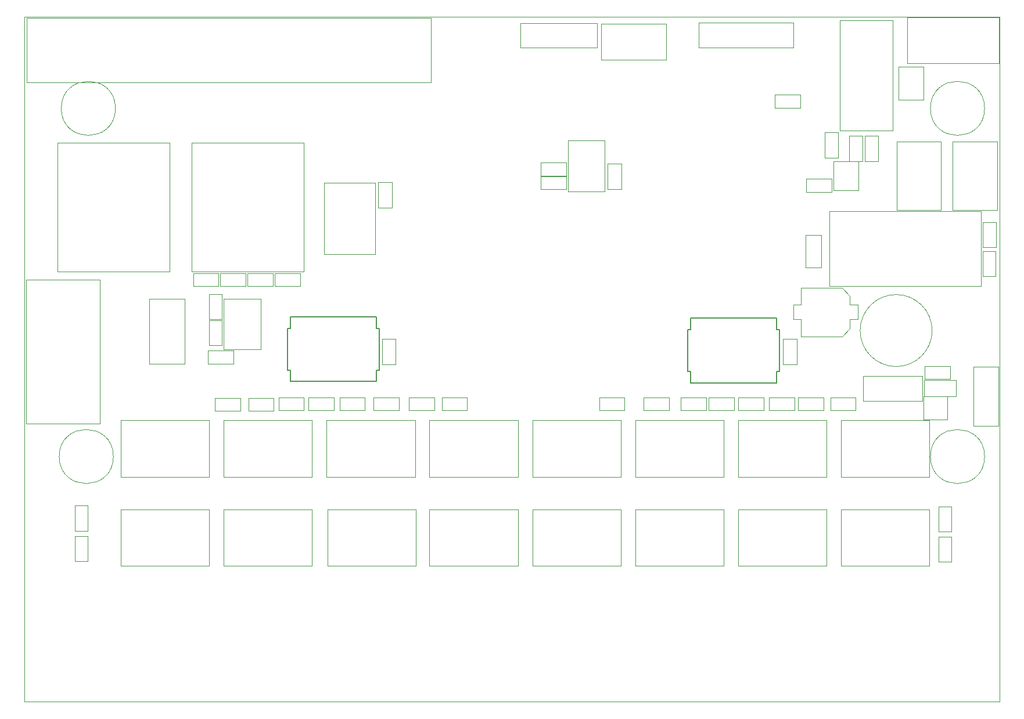
<source format=gbr>
G04 #@! TF.GenerationSoftware,KiCad,Pcbnew,(6.0.5)*
G04 #@! TF.CreationDate,2022-06-04T15:54:22-04:00*
G04 #@! TF.ProjectId,PB_16,50425f31-362e-46b6-9963-61645f706362,v2.1*
G04 #@! TF.SameCoordinates,Original*
G04 #@! TF.FileFunction,Other,User*
%FSLAX46Y46*%
G04 Gerber Fmt 4.6, Leading zero omitted, Abs format (unit mm)*
G04 Created by KiCad (PCBNEW (6.0.5)) date 2022-06-04 15:54:22*
%MOMM*%
%LPD*%
G01*
G04 APERTURE LIST*
G04 #@! TA.AperFunction,Profile*
%ADD10C,0.050000*%
G04 #@! TD*
%ADD11C,0.050000*%
%ADD12C,0.152400*%
G04 APERTURE END LIST*
D10*
X214228800Y-152889360D02*
X214228800Y-52996240D01*
X72128800Y-52996240D02*
X72128800Y-152889360D01*
X214228800Y-52996240D02*
X72128800Y-52996240D01*
X214228800Y-152889360D02*
X72128800Y-152889360D01*
D11*
X98852800Y-103592600D02*
X98852800Y-101632600D01*
X102612800Y-103592600D02*
X98852800Y-103592600D01*
X102612800Y-101632600D02*
X102612800Y-103592600D01*
X98852800Y-101632600D02*
X102612800Y-101632600D01*
X99050000Y-124850000D02*
X86150000Y-124850000D01*
X99050000Y-133100000D02*
X99050000Y-124850000D01*
X86150000Y-124850000D02*
X86150000Y-133100000D01*
X86150000Y-133100000D02*
X99050000Y-133100000D01*
X129050000Y-111850000D02*
X116150000Y-111850000D01*
X129050000Y-120100000D02*
X129050000Y-111850000D01*
X116150000Y-120100000D02*
X129050000Y-120100000D01*
X116150000Y-111850000D02*
X116150000Y-120100000D01*
X116264342Y-133100000D02*
X129164342Y-133100000D01*
X129164342Y-124850000D02*
X116264342Y-124850000D01*
X116264342Y-124850000D02*
X116264342Y-133100000D01*
X129164342Y-133100000D02*
X129164342Y-124850000D01*
X131150000Y-120100000D02*
X144050000Y-120100000D01*
X144050000Y-111850000D02*
X131150000Y-111850000D01*
X144050000Y-120100000D02*
X144050000Y-111850000D01*
X131150000Y-111850000D02*
X131150000Y-120100000D01*
X131150000Y-124850000D02*
X131150000Y-133100000D01*
X144050000Y-124850000D02*
X131150000Y-124850000D01*
X144050000Y-133100000D02*
X144050000Y-124850000D01*
X131150000Y-133100000D02*
X144050000Y-133100000D01*
X146150000Y-120100000D02*
X159050000Y-120100000D01*
X159050000Y-111850000D02*
X146150000Y-111850000D01*
X146150000Y-111850000D02*
X146150000Y-120100000D01*
X159050000Y-120100000D02*
X159050000Y-111850000D01*
X146150000Y-124850000D02*
X146150000Y-133100000D01*
X146150000Y-133100000D02*
X159050000Y-133100000D01*
X159050000Y-124850000D02*
X146150000Y-124850000D01*
X159050000Y-133100000D02*
X159050000Y-124850000D01*
X161150000Y-111850000D02*
X161150000Y-120100000D01*
X161150000Y-120100000D02*
X174050000Y-120100000D01*
X174050000Y-111850000D02*
X161150000Y-111850000D01*
X174050000Y-120100000D02*
X174050000Y-111850000D01*
X174050000Y-133100000D02*
X174050000Y-124850000D01*
X161150000Y-124850000D02*
X161150000Y-133100000D01*
X174050000Y-124850000D02*
X161150000Y-124850000D01*
X161150000Y-133100000D02*
X174050000Y-133100000D01*
X189050000Y-111850000D02*
X176150000Y-111850000D01*
X176150000Y-111850000D02*
X176150000Y-120100000D01*
X189050000Y-120100000D02*
X189050000Y-111850000D01*
X176150000Y-120100000D02*
X189050000Y-120100000D01*
X189050000Y-124850000D02*
X176150000Y-124850000D01*
X176150000Y-133100000D02*
X189050000Y-133100000D01*
X189050000Y-133100000D02*
X189050000Y-124850000D01*
X176150000Y-124850000D02*
X176150000Y-133100000D01*
X204050000Y-111850000D02*
X191150000Y-111850000D01*
X204050000Y-120100000D02*
X204050000Y-111850000D01*
X191150000Y-111850000D02*
X191150000Y-120100000D01*
X191150000Y-120100000D02*
X204050000Y-120100000D01*
X204050000Y-133100000D02*
X204050000Y-124850000D01*
X204050000Y-124850000D02*
X191150000Y-124850000D01*
X191150000Y-124850000D02*
X191150000Y-133100000D01*
X191150000Y-133100000D02*
X204050000Y-133100000D01*
X212077600Y-117118600D02*
G75*
G03*
X212077600Y-117118600I-3950000J0D01*
G01*
X86150000Y-120100000D02*
X99050000Y-120100000D01*
X99050000Y-120100000D02*
X99050000Y-111850000D01*
X99050000Y-111850000D02*
X86150000Y-111850000D01*
X86150000Y-111850000D02*
X86150000Y-120100000D01*
X114050000Y-120100000D02*
X114050000Y-111850000D01*
X114050000Y-111850000D02*
X101150000Y-111850000D01*
X101150000Y-120100000D02*
X114050000Y-120100000D01*
X101150000Y-111850000D02*
X101150000Y-120100000D01*
X101150000Y-133100000D02*
X114050000Y-133100000D01*
X114050000Y-133100000D02*
X114050000Y-124850000D01*
X101150000Y-124850000D02*
X101150000Y-133100000D01*
X114050000Y-124850000D02*
X101150000Y-124850000D01*
X85377600Y-66318600D02*
G75*
G03*
X85377600Y-66318600I-3950000J0D01*
G01*
X212077600Y-66318600D02*
G75*
G03*
X212077600Y-66318600I-3950000J0D01*
G01*
D12*
X123415000Y-98396200D02*
X123872200Y-98396200D01*
X123872200Y-98396200D02*
X123872200Y-104492200D01*
X110918200Y-104492200D02*
X110461000Y-104492200D01*
X110918200Y-96732500D02*
X123415000Y-96732500D01*
X110461000Y-98396200D02*
X110918200Y-98396200D01*
X123415000Y-96732500D02*
X123415000Y-98396200D01*
X123415000Y-106155900D02*
X110918200Y-106155900D01*
X110918200Y-98396200D02*
X110918200Y-96732500D01*
X123415000Y-104492200D02*
X123415000Y-106155900D01*
X110918200Y-106155900D02*
X110918200Y-104492200D01*
X110461000Y-104492200D02*
X110461000Y-98396200D01*
X123872200Y-104492200D02*
X123415000Y-104492200D01*
D11*
X81363800Y-127983000D02*
X79463800Y-127983000D01*
X79463800Y-127983000D02*
X79463800Y-124283000D01*
X79463800Y-124283000D02*
X81363800Y-124283000D01*
X81363800Y-124283000D02*
X81363800Y-127983000D01*
X205370600Y-128084600D02*
X205370600Y-124384600D01*
X207270600Y-128084600D02*
X205370600Y-128084600D01*
X205370600Y-124384600D02*
X207270600Y-124384600D01*
X207270600Y-124384600D02*
X207270600Y-128084600D01*
X85077600Y-117118600D02*
G75*
G03*
X85077600Y-117118600I-3950000J0D01*
G01*
X81363800Y-128702600D02*
X81363800Y-132402600D01*
X79463800Y-128702600D02*
X81363800Y-128702600D01*
X79463800Y-132402600D02*
X79463800Y-128702600D01*
X81363800Y-132402600D02*
X79463800Y-132402600D01*
X205370600Y-132504200D02*
X205370600Y-128804200D01*
X207270600Y-132504200D02*
X205370600Y-132504200D01*
X205370600Y-128804200D02*
X207270600Y-128804200D01*
X207270600Y-128804200D02*
X207270600Y-132504200D01*
X194328800Y-105402600D02*
X194328800Y-109002600D01*
X202978800Y-109002600D02*
X202978800Y-105402600D01*
X202978800Y-105402600D02*
X194328800Y-105402600D01*
X194328800Y-109002600D02*
X202978800Y-109002600D01*
X210478800Y-112663000D02*
X214078800Y-112663000D01*
X214078800Y-104013000D02*
X210478800Y-104013000D01*
X210478800Y-104013000D02*
X210478800Y-112663000D01*
X214078800Y-112663000D02*
X214078800Y-104013000D01*
X198662600Y-69540720D02*
X190972600Y-69540720D01*
X198662600Y-53500720D02*
X198662600Y-69540720D01*
X190972600Y-53500720D02*
X198662600Y-53500720D01*
X190972600Y-69540720D02*
X190972600Y-53500720D01*
X189806400Y-78513120D02*
X186106400Y-78513120D01*
X189806400Y-76613120D02*
X189806400Y-78513120D01*
X186106400Y-76613120D02*
X189806400Y-76613120D01*
X186106400Y-78513120D02*
X186106400Y-76613120D01*
X194252600Y-70320720D02*
X194252600Y-74020720D01*
X194252600Y-74020720D02*
X192352600Y-74020720D01*
X192352600Y-74020720D02*
X192352600Y-70320720D01*
X192352600Y-70320720D02*
X194252600Y-70320720D01*
X188809800Y-73520320D02*
X188809800Y-69820320D01*
X190709800Y-69820320D02*
X190709800Y-73520320D01*
X188809800Y-69820320D02*
X190709800Y-69820320D01*
X190709800Y-73520320D02*
X188809800Y-73520320D01*
X196582600Y-74050720D02*
X194622600Y-74050720D01*
X196582600Y-70290720D02*
X196582600Y-74050720D01*
X194622600Y-74050720D02*
X194622600Y-70290720D01*
X194622600Y-70290720D02*
X196582600Y-70290720D01*
X190017600Y-78291120D02*
X190017600Y-74041120D01*
X193667600Y-74041120D02*
X193667600Y-78291120D01*
X193667600Y-78291120D02*
X190017600Y-78291120D01*
X190017600Y-74041120D02*
X193667600Y-74041120D01*
X126249200Y-103705200D02*
X124289200Y-103705200D01*
X124289200Y-99945200D02*
X126249200Y-99945200D01*
X126249200Y-99945200D02*
X126249200Y-103705200D01*
X124289200Y-103705200D02*
X124289200Y-99945200D01*
X101162000Y-101486600D02*
X106562000Y-101486600D01*
X106562000Y-94086600D02*
X101162000Y-94086600D01*
X106562000Y-101486600D02*
X106562000Y-94086600D01*
X101162000Y-94086600D02*
X101162000Y-101486600D01*
X157141040Y-78119080D02*
X157141040Y-74359080D01*
X159101040Y-74359080D02*
X159101040Y-78119080D01*
X157141040Y-74359080D02*
X159101040Y-74359080D01*
X159101040Y-78119080D02*
X157141040Y-78119080D01*
X147398800Y-74252600D02*
X151098800Y-74252600D01*
X147398800Y-76152600D02*
X147398800Y-74252600D01*
X151098800Y-74252600D02*
X151098800Y-76152600D01*
X151098800Y-76152600D02*
X147398800Y-76152600D01*
X151321040Y-78439080D02*
X156721040Y-78439080D01*
X156721040Y-78439080D02*
X156721040Y-71039080D01*
X151321040Y-71039080D02*
X151321040Y-78439080D01*
X156721040Y-71039080D02*
X151321040Y-71039080D01*
X151098800Y-78152600D02*
X147398800Y-78152600D01*
X147398800Y-78152600D02*
X147398800Y-76252600D01*
X151098800Y-76252600D02*
X151098800Y-78152600D01*
X147398800Y-76252600D02*
X151098800Y-76252600D01*
X185328800Y-95002600D02*
X185328800Y-92502600D01*
X192428800Y-98452600D02*
X192428800Y-97102600D01*
X192428800Y-93652600D02*
X191278800Y-92502600D01*
X185328800Y-99602600D02*
X185328800Y-97102600D01*
X192428800Y-98452600D02*
X191278800Y-99602600D01*
X192428800Y-95002600D02*
X192428800Y-93652600D01*
X193578800Y-97102600D02*
X193578800Y-95002600D01*
X184178800Y-97102600D02*
X184178800Y-95002600D01*
X193578800Y-95002600D02*
X192428800Y-95002600D01*
X191278800Y-99602600D02*
X185328800Y-99602600D01*
X191278800Y-92502600D02*
X185328800Y-92502600D01*
X184178800Y-95002600D02*
X185328800Y-95002600D01*
X185328800Y-97102600D02*
X184178800Y-97102600D01*
X192428800Y-97102600D02*
X193578800Y-97102600D01*
X204428800Y-98735800D02*
G75*
G03*
X204428800Y-98735800I-5250000J0D01*
G01*
X211823800Y-86602600D02*
X211823800Y-82902600D01*
X213723800Y-86602600D02*
X211823800Y-86602600D01*
X213723800Y-82902600D02*
X213723800Y-86602600D01*
X211823800Y-82902600D02*
X213723800Y-82902600D01*
X213698800Y-87152600D02*
X213698800Y-90852600D01*
X213698800Y-90852600D02*
X211798800Y-90852600D01*
X211798800Y-87152600D02*
X213698800Y-87152600D01*
X211798800Y-90852600D02*
X211798800Y-87152600D01*
X189462800Y-92227600D02*
X211560800Y-92217600D01*
X211560800Y-92217600D02*
X211560800Y-81317600D01*
X211560800Y-81317600D02*
X189462800Y-81316600D01*
X189462800Y-81316600D02*
X189462800Y-92227600D01*
X185973800Y-89527600D02*
X185973800Y-84827600D01*
X188273800Y-84827600D02*
X188273800Y-89527600D01*
X188273800Y-89527600D02*
X185973800Y-89527600D01*
X188273800Y-84827600D02*
X185973800Y-84827600D01*
X181479000Y-64304760D02*
X185239000Y-64304760D01*
X181479000Y-66264760D02*
X181479000Y-64304760D01*
X185239000Y-64304760D02*
X185239000Y-66264760D01*
X185239000Y-66264760D02*
X181479000Y-66264760D01*
X99020800Y-97206600D02*
X100920800Y-97206600D01*
X100920800Y-100906600D02*
X99020800Y-100906600D01*
X100920800Y-97206600D02*
X100920800Y-100906600D01*
X99020800Y-100906600D02*
X99020800Y-97206600D01*
X72318800Y-112302600D02*
X83128800Y-112302600D01*
X72318800Y-91302600D02*
X72318800Y-112302600D01*
X83128800Y-91302600D02*
X72318800Y-91302600D01*
X83128800Y-112302600D02*
X83128800Y-91302600D01*
X99028800Y-93402600D02*
X100928800Y-93402600D01*
X100928800Y-93402600D02*
X100928800Y-97102600D01*
X100928800Y-97102600D02*
X99028800Y-97102600D01*
X99028800Y-97102600D02*
X99028800Y-93402600D01*
X72429920Y-53135560D02*
X131389920Y-53135560D01*
X131389920Y-53135560D02*
X131389920Y-62495560D01*
X72429920Y-62495560D02*
X72429920Y-53135560D01*
X131389920Y-62495560D02*
X72429920Y-62495560D01*
D12*
X169221360Y-104700480D02*
X168764160Y-104700480D01*
X168764160Y-104700480D02*
X168764160Y-98604480D01*
X181718160Y-104700480D02*
X181718160Y-106364180D01*
X169221360Y-98604480D02*
X169221360Y-96940780D01*
X181718160Y-98604480D02*
X182175360Y-98604480D01*
X181718160Y-96940780D02*
X181718160Y-98604480D01*
X169221360Y-96940780D02*
X181718160Y-96940780D01*
X168764160Y-98604480D02*
X169221360Y-98604480D01*
X181718160Y-106364180D02*
X169221360Y-106364180D01*
X182175360Y-104700480D02*
X181718160Y-104700480D01*
X169221360Y-106364180D02*
X169221360Y-104700480D01*
X182175360Y-98604480D02*
X182175360Y-104700480D01*
D11*
X170437680Y-53825840D02*
X170437680Y-57425840D01*
X184187680Y-53825840D02*
X170437680Y-53825840D01*
X170437680Y-57425840D02*
X184187680Y-57425840D01*
X184187680Y-57425840D02*
X184187680Y-53825840D01*
X144397680Y-57425840D02*
X144397680Y-53875840D01*
X155597680Y-53875840D02*
X155597680Y-57425840D01*
X155597680Y-57425840D02*
X144397680Y-57425840D01*
X144397680Y-53875840D02*
X155597680Y-53875840D01*
X156148800Y-54022600D02*
X165648800Y-54022600D01*
X165648800Y-59222600D02*
X156148800Y-59222600D01*
X156148800Y-59222600D02*
X156148800Y-54022600D01*
X165648800Y-54022600D02*
X165648800Y-59222600D01*
X182719360Y-99919800D02*
X184679360Y-99919800D01*
X184679360Y-103679800D02*
X182719360Y-103679800D01*
X182719360Y-103679800D02*
X182719360Y-99919800D01*
X184679360Y-99919800D02*
X184679360Y-103679800D01*
X93266800Y-90113520D02*
X93266800Y-71373520D01*
X93266800Y-90113520D02*
X76956800Y-90113520D01*
X76956800Y-71373520D02*
X76956800Y-90113520D01*
X76956800Y-71373520D02*
X93266800Y-71373520D01*
X112804400Y-90113520D02*
X96494400Y-90113520D01*
X96494400Y-71373520D02*
X112804400Y-71373520D01*
X112804400Y-90113520D02*
X112804400Y-71373520D01*
X96494400Y-71373520D02*
X96494400Y-90113520D01*
X207928800Y-106002600D02*
X207928800Y-108302600D01*
X207928800Y-108302600D02*
X203228800Y-108302600D01*
X203228800Y-106002600D02*
X203228800Y-108302600D01*
X203228800Y-106002600D02*
X207928800Y-106002600D01*
X206628800Y-111752600D02*
X203128800Y-111752600D01*
X206628800Y-108352600D02*
X206628800Y-111752600D01*
X203128800Y-111752600D02*
X203128800Y-108352600D01*
X203128800Y-108352600D02*
X206628800Y-108352600D01*
X203328800Y-103902600D02*
X207028800Y-103902600D01*
X207028800Y-103902600D02*
X207028800Y-105802600D01*
X207028800Y-105802600D02*
X203328800Y-105802600D01*
X203328800Y-105802600D02*
X203328800Y-103902600D01*
X123698800Y-80857600D02*
X123698800Y-77097600D01*
X123698800Y-77097600D02*
X125658800Y-77097600D01*
X125658800Y-77097600D02*
X125658800Y-80857600D01*
X125658800Y-80857600D02*
X123698800Y-80857600D01*
X100403800Y-92277600D02*
X96703800Y-92277600D01*
X96703800Y-90377600D02*
X100403800Y-90377600D01*
X100403800Y-90377600D02*
X100403800Y-92277600D01*
X96703800Y-92277600D02*
X96703800Y-90377600D01*
X100678800Y-92277600D02*
X100678800Y-90377600D01*
X104378800Y-92277600D02*
X100678800Y-92277600D01*
X104378800Y-90377600D02*
X104378800Y-92277600D01*
X100678800Y-90377600D02*
X104378800Y-90377600D01*
X123228800Y-77177600D02*
X115828800Y-77177600D01*
X115828800Y-77177600D02*
X115828800Y-87577600D01*
X123228800Y-87577600D02*
X123228800Y-77177600D01*
X115828800Y-87577600D02*
X123228800Y-87577600D01*
X108603800Y-92277600D02*
X108603800Y-90377600D01*
X112303800Y-90377600D02*
X112303800Y-92277600D01*
X112303800Y-92277600D02*
X108603800Y-92277600D01*
X108603800Y-90377600D02*
X112303800Y-90377600D01*
X108303800Y-92277600D02*
X104603800Y-92277600D01*
X108303800Y-90377600D02*
X108303800Y-92277600D01*
X104603800Y-90377600D02*
X108303800Y-90377600D01*
X104603800Y-92277600D02*
X104603800Y-90377600D01*
X95498800Y-94112600D02*
X95498800Y-103612600D01*
X95498800Y-103612600D02*
X90298800Y-103612600D01*
X90298800Y-94112600D02*
X95498800Y-94112600D01*
X90298800Y-103612600D02*
X90298800Y-94112600D01*
X203168800Y-65042600D02*
X199568800Y-65042600D01*
X199568800Y-60242600D02*
X203168800Y-60242600D01*
X203168800Y-60242600D02*
X203168800Y-65042600D01*
X199568800Y-65042600D02*
X199568800Y-60242600D01*
X214210280Y-53011360D02*
X200810280Y-53011360D01*
X214210280Y-59761360D02*
X214210280Y-53011360D01*
X200810280Y-59761360D02*
X214210280Y-59761360D01*
X200810280Y-53011360D02*
X200810280Y-59761360D01*
X199248800Y-81157600D02*
X205748800Y-81157600D01*
X199248800Y-81157600D02*
X199248800Y-71157600D01*
X205748800Y-71157600D02*
X199248800Y-71157600D01*
X205748800Y-81157600D02*
X205748800Y-71157600D01*
X213898800Y-71157600D02*
X207398800Y-71157600D01*
X207398800Y-81157600D02*
X213898800Y-81157600D01*
X207398800Y-81157600D02*
X207398800Y-71157600D01*
X213898800Y-81157600D02*
X213898800Y-71157600D01*
X193298800Y-110402600D02*
X189598800Y-110402600D01*
X189598800Y-110402600D02*
X189598800Y-108502600D01*
X193298800Y-108502600D02*
X193298800Y-110402600D01*
X189598800Y-108502600D02*
X193298800Y-108502600D01*
X155898800Y-108502600D02*
X159598800Y-108502600D01*
X159598800Y-108502600D02*
X159598800Y-110402600D01*
X155898800Y-110402600D02*
X155898800Y-108502600D01*
X159598800Y-110402600D02*
X155898800Y-110402600D01*
X132948800Y-110402600D02*
X132948800Y-108502600D01*
X136648800Y-108502600D02*
X136648800Y-110402600D01*
X132948800Y-108502600D02*
X136648800Y-108502600D01*
X136648800Y-110402600D02*
X132948800Y-110402600D01*
X180648800Y-110402600D02*
X180648800Y-108502600D01*
X184348800Y-110402600D02*
X180648800Y-110402600D01*
X184348800Y-108502600D02*
X184348800Y-110402600D01*
X180648800Y-108502600D02*
X184348800Y-108502600D01*
X166048800Y-108502600D02*
X166048800Y-110402600D01*
X166048800Y-110402600D02*
X162348800Y-110402600D01*
X162348800Y-108502600D02*
X166048800Y-108502600D01*
X162348800Y-110402600D02*
X162348800Y-108502600D01*
X167798800Y-110402600D02*
X167798800Y-108502600D01*
X167798800Y-108502600D02*
X171498800Y-108502600D01*
X171498800Y-110402600D02*
X167798800Y-110402600D01*
X171498800Y-108502600D02*
X171498800Y-110402600D01*
X179898800Y-110402600D02*
X176198800Y-110402600D01*
X176198800Y-110402600D02*
X176198800Y-108502600D01*
X176198800Y-108502600D02*
X179898800Y-108502600D01*
X179898800Y-108502600D02*
X179898800Y-110402600D01*
X113548800Y-108502600D02*
X117248800Y-108502600D01*
X117248800Y-110402600D02*
X113548800Y-110402600D01*
X117248800Y-108502600D02*
X117248800Y-110402600D01*
X113548800Y-110402600D02*
X113548800Y-108502600D01*
X131848800Y-110402600D02*
X128148800Y-110402600D01*
X131848800Y-108502600D02*
X131848800Y-110402600D01*
X128148800Y-110402600D02*
X128148800Y-108502600D01*
X128148800Y-108502600D02*
X131848800Y-108502600D01*
X188598800Y-110402600D02*
X184898800Y-110402600D01*
X188598800Y-108502600D02*
X188598800Y-110402600D01*
X184898800Y-108502600D02*
X188598800Y-108502600D01*
X184898800Y-110402600D02*
X184898800Y-108502600D01*
X171848800Y-110402600D02*
X171848800Y-108502600D01*
X171848800Y-108502600D02*
X175548800Y-108502600D01*
X175548800Y-108502600D02*
X175548800Y-110402600D01*
X175548800Y-110402600D02*
X171848800Y-110402600D01*
X126698800Y-110402600D02*
X122998800Y-110402600D01*
X122998800Y-108502600D02*
X126698800Y-108502600D01*
X122998800Y-110402600D02*
X122998800Y-108502600D01*
X126698800Y-108502600D02*
X126698800Y-110402600D01*
X103598800Y-108552600D02*
X103598800Y-110452600D01*
X99898800Y-110452600D02*
X99898800Y-108552600D01*
X99898800Y-108552600D02*
X103598800Y-108552600D01*
X103598800Y-110452600D02*
X99898800Y-110452600D01*
X112848800Y-110402600D02*
X109148800Y-110402600D01*
X112848800Y-108502600D02*
X112848800Y-110402600D01*
X109148800Y-110402600D02*
X109148800Y-108502600D01*
X109148800Y-108502600D02*
X112848800Y-108502600D01*
X121748800Y-110402600D02*
X118048800Y-110402600D01*
X118048800Y-110402600D02*
X118048800Y-108502600D01*
X121748800Y-108502600D02*
X121748800Y-110402600D01*
X118048800Y-108502600D02*
X121748800Y-108502600D01*
X108448800Y-108552600D02*
X108448800Y-110452600D01*
X108448800Y-110452600D02*
X104748800Y-110452600D01*
X104748800Y-110452600D02*
X104748800Y-108552600D01*
X104748800Y-108552600D02*
X108448800Y-108552600D01*
M02*

</source>
